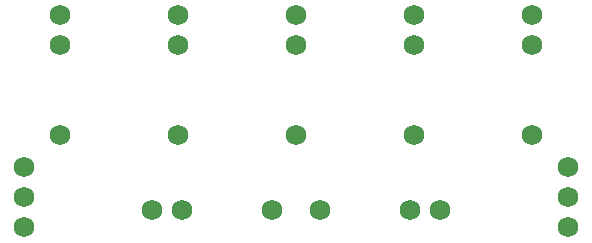
<source format=gts>
G04 #@! TF.GenerationSoftware,KiCad,Pcbnew,(5.1.8)-1*
G04 #@! TF.CreationDate,2021-08-08T18:23:10-04:00*
G04 #@! TF.ProjectId,nearless_front_pcb,6e656172-6c65-4737-935f-66726f6e745f,rev?*
G04 #@! TF.SameCoordinates,Original*
G04 #@! TF.FileFunction,Soldermask,Top*
G04 #@! TF.FilePolarity,Negative*
%FSLAX46Y46*%
G04 Gerber Fmt 4.6, Leading zero omitted, Abs format (unit mm)*
G04 Created by KiCad (PCBNEW (5.1.8)-1) date 2021-08-08 18:23:10*
%MOMM*%
%LPD*%
G01*
G04 APERTURE LIST*
%ADD10C,1.727200*%
G04 APERTURE END LIST*
D10*
X45500000Y-51245000D03*
X45500000Y-43625000D03*
X45500000Y-41085000D03*
X85500000Y-51245000D03*
X85500000Y-43625000D03*
X85500000Y-41085000D03*
X42500000Y-53920000D03*
X42500000Y-56460000D03*
X42500000Y-59000000D03*
X88500000Y-59000000D03*
X88500000Y-56460000D03*
X88500000Y-53920000D03*
X67555000Y-57600000D03*
X75175000Y-57600000D03*
X77715000Y-57600000D03*
X75500000Y-51245000D03*
X75500000Y-43625000D03*
X75500000Y-41085000D03*
X65500000Y-51245000D03*
X65500000Y-43625000D03*
X65500000Y-41085000D03*
X55500000Y-51245000D03*
X55500000Y-43625000D03*
X55500000Y-41085000D03*
X63445000Y-57600000D03*
X55825000Y-57600000D03*
X53285000Y-57600000D03*
M02*

</source>
